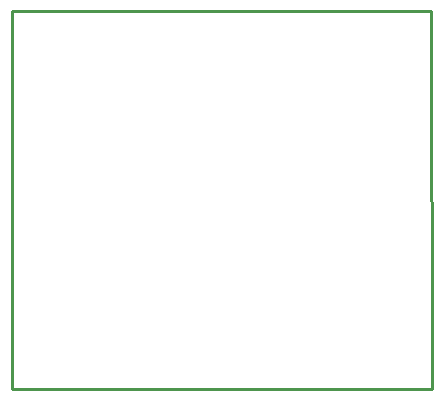
<source format=gko>
G04 ---------------------------- Layer name :KeepOutLayer *
G04 easyEDA 0.1*
G04 Scale: 100 percent, Rotated: No, Reflected: No *
G04 Dimensions in inches *
G04 leading zeros omitted , absolute positions ,2 integer and 4 * 
%FSLAX24Y24*%
%MOIN*%
G90*
G70D02*

%ADD10C,0.010000*%
G54D10*
G01X13Y12567D02*
G01X13985Y12576D01*
G01X13993Y-30D01*
G01X11Y-28D01*
G01X7Y12563D01*
G01X32Y12561D01*

%LPD*%

M00*
M02*
</source>
